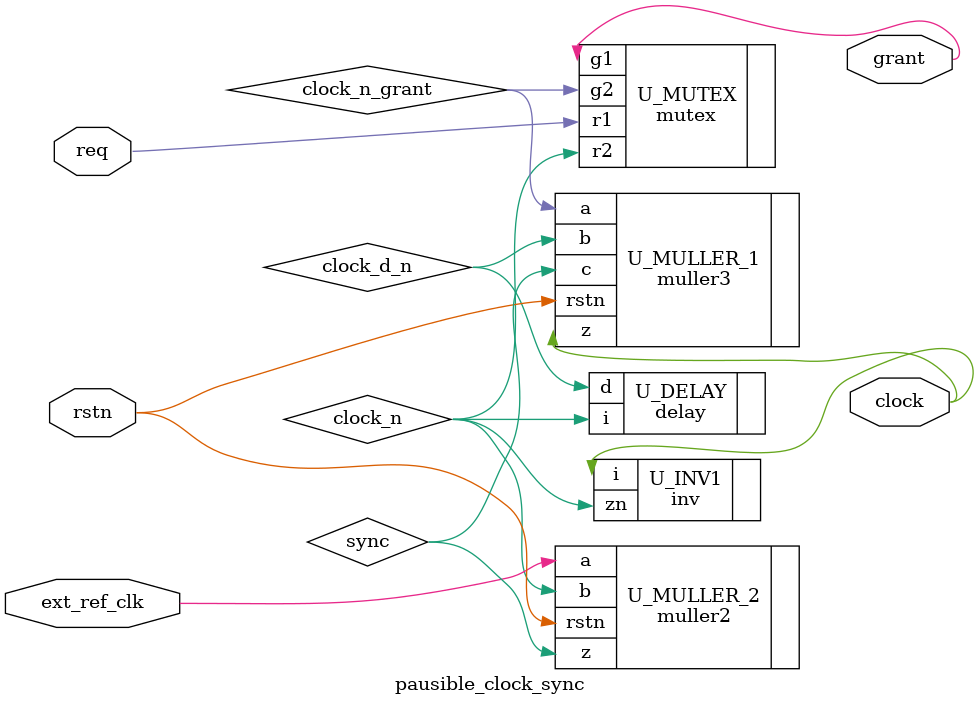
<source format=v>

module pausible_clock_sync (/*AUTOARG*/
   // Outputs
   grant, clock,
   // Inputs
   req, ext_ref_clk, rstn
   );
  input req;
  output grant;
  output clock;

   input ext_ref_clk;

  input  rstn;

  parameter DELAY=10;

  /*AUTOINPUT*/
  /*AUTOOUTPUT*/

  /*AUTOREG*/
  /*AUTOWIRE*/

   wire  clock;
   wire  grant;
   wire                 sync;

  inv U_INV1(.i(clock),.zn(clock_n));

  delay #(.DELAY(DELAY)) U_DELAY(.i(clock_n),.d(clock_d_n));


  // muller2 U_MULLER_1(.a(clock_n_grant),.b(clock_d_n),.rstn(rstn),.z(clock));
  muller3 U_MULLER_1(.a(clock_n_grant),.b(clock_d_n), .c(sync), .rstn(rstn),.z(clock));
  muller2 U_MULLER_2(.a(ext_ref_clk),.b(clock_n),.rstn(rstn),.z(sync));

  mutex U_MUTEX(
                .r1(req),
                .r2(clock_n),
                .g1(grant),
                .g2(clock_n_grant)
                );



endmodule // pausible_clock_sync
/*
 Local Variables:
 verilog-library-directories:(
 "."
 )
 End:
 */

</source>
